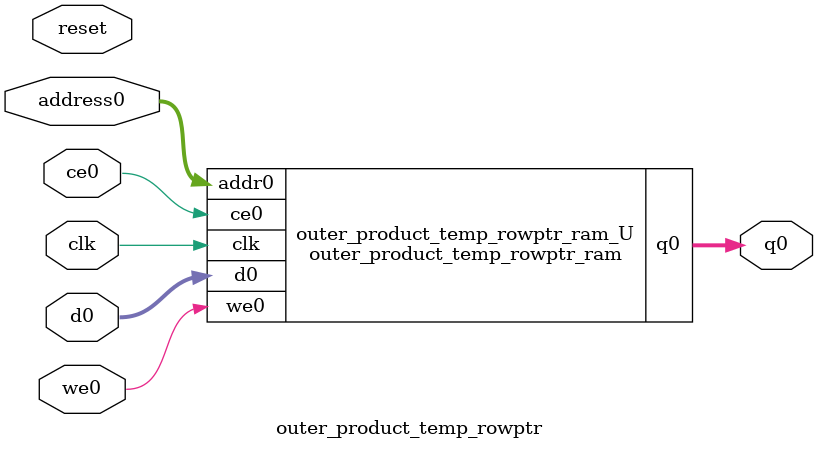
<source format=v>
`timescale 1 ns / 1 ps
module outer_product_temp_rowptr_ram (addr0, ce0, d0, we0, q0,  clk);

parameter DWIDTH = 32;
parameter AWIDTH = 3;
parameter MEM_SIZE = 5;

input[AWIDTH-1:0] addr0;
input ce0;
input[DWIDTH-1:0] d0;
input we0;
output reg[DWIDTH-1:0] q0;
input clk;

reg [DWIDTH-1:0] ram[0:MEM_SIZE-1];




always @(posedge clk)  
begin 
    if (ce0) begin
        if (we0) 
            ram[addr0] <= d0; 
        q0 <= ram[addr0];
    end
end


endmodule

`timescale 1 ns / 1 ps
module outer_product_temp_rowptr(
    reset,
    clk,
    address0,
    ce0,
    we0,
    d0,
    q0);

parameter DataWidth = 32'd32;
parameter AddressRange = 32'd5;
parameter AddressWidth = 32'd3;
input reset;
input clk;
input[AddressWidth - 1:0] address0;
input ce0;
input we0;
input[DataWidth - 1:0] d0;
output[DataWidth - 1:0] q0;



outer_product_temp_rowptr_ram outer_product_temp_rowptr_ram_U(
    .clk( clk ),
    .addr0( address0 ),
    .ce0( ce0 ),
    .we0( we0 ),
    .d0( d0 ),
    .q0( q0 ));

endmodule


</source>
